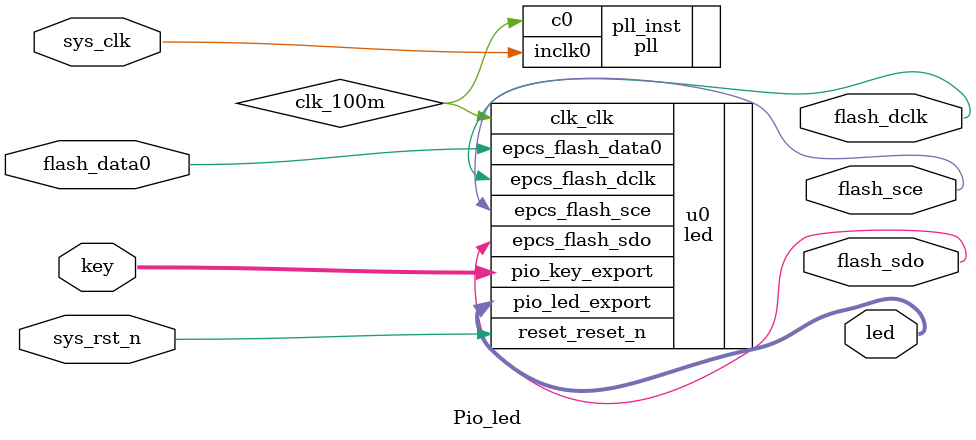
<source format=v>

module Pio_led(
    input  sys_clk,
	 input  sys_rst_n,
	 
	 //flash
	 input  flash_data0,
	 output flash_sdo,
	 output flash_sce,
	 output flash_dclk,
	 
	 input  [3:0] key,
	 output [3:0] led
);

//wire define
wire  clk_100m ;

//例化pll（锁相环)IP核
pll	pll_inst (
	.inclk0         ( sys_clk ),
	.c0             ( clk_100m )
);

//例化Qsys系统
led u0 (
   .clk_clk          (clk_100m ),          //      clk.clk
   .reset_reset_n    (sys_rst_n),          //      reset.reset_n
   .epcs_flash_dclk  (flash_dclk),         //      epcs_flash.dclk
   .epcs_flash_sce   (flash_sce),          //      .sce
   .epcs_flash_sdo   (flash_sdo),          //      .sdo
   .epcs_flash_data0 (flash_data0),        //      .data0
   .pio_led_export   (led),                //      pio_led.export
   .pio_key_export   (key)                 //      pio_key.export
);

endmodule
</source>
